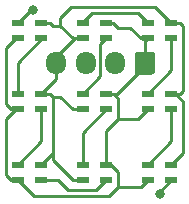
<source format=gbr>
G04 #@! TF.GenerationSoftware,KiCad,Pcbnew,(5.0.0)*
G04 #@! TF.CreationDate,2020-07-01T14:31:39-04:00*
G04 #@! TF.ProjectId,status_leds,7374617475735F6C6564732E6B696361,rev?*
G04 #@! TF.SameCoordinates,Original*
G04 #@! TF.FileFunction,Copper,L1,Top,Signal*
G04 #@! TF.FilePolarity,Positive*
%FSLAX46Y46*%
G04 Gerber Fmt 4.6, Leading zero omitted, Abs format (unit mm)*
G04 Created by KiCad (PCBNEW (5.0.0)) date 07/01/20 14:31:39*
%MOMM*%
%LPD*%
G01*
G04 APERTURE LIST*
G04 #@! TA.AperFunction,ComponentPad*
%ADD10O,1.700000X1.950000*%
G04 #@! TD*
G04 #@! TA.AperFunction,Conductor*
%ADD11C,0.100000*%
G04 #@! TD*
G04 #@! TA.AperFunction,ComponentPad*
%ADD12C,1.700000*%
G04 #@! TD*
G04 #@! TA.AperFunction,SMDPad,CuDef*
%ADD13R,1.000000X0.600000*%
G04 #@! TD*
G04 #@! TA.AperFunction,ViaPad*
%ADD14C,0.800000*%
G04 #@! TD*
G04 #@! TA.AperFunction,Conductor*
%ADD15C,0.250000*%
G04 #@! TD*
G04 APERTURE END LIST*
D10*
G04 #@! TO.P,J1,4*
G04 #@! TO.N,GND*
X100250000Y-65250000D03*
G04 #@! TO.P,J1,3*
G04 #@! TO.N,DIN*
X102750000Y-65250000D03*
G04 #@! TO.P,J1,2*
G04 #@! TO.N,DOUT*
X105250000Y-65250000D03*
D11*
G04 #@! TD*
G04 #@! TO.N,+5V*
G04 #@! TO.C,J1*
G36*
X108374504Y-64276204D02*
X108398773Y-64279804D01*
X108422571Y-64285765D01*
X108445671Y-64294030D01*
X108467849Y-64304520D01*
X108488893Y-64317133D01*
X108508598Y-64331747D01*
X108526777Y-64348223D01*
X108543253Y-64366402D01*
X108557867Y-64386107D01*
X108570480Y-64407151D01*
X108580970Y-64429329D01*
X108589235Y-64452429D01*
X108595196Y-64476227D01*
X108598796Y-64500496D01*
X108600000Y-64525000D01*
X108600000Y-65975000D01*
X108598796Y-65999504D01*
X108595196Y-66023773D01*
X108589235Y-66047571D01*
X108580970Y-66070671D01*
X108570480Y-66092849D01*
X108557867Y-66113893D01*
X108543253Y-66133598D01*
X108526777Y-66151777D01*
X108508598Y-66168253D01*
X108488893Y-66182867D01*
X108467849Y-66195480D01*
X108445671Y-66205970D01*
X108422571Y-66214235D01*
X108398773Y-66220196D01*
X108374504Y-66223796D01*
X108350000Y-66225000D01*
X107150000Y-66225000D01*
X107125496Y-66223796D01*
X107101227Y-66220196D01*
X107077429Y-66214235D01*
X107054329Y-66205970D01*
X107032151Y-66195480D01*
X107011107Y-66182867D01*
X106991402Y-66168253D01*
X106973223Y-66151777D01*
X106956747Y-66133598D01*
X106942133Y-66113893D01*
X106929520Y-66092849D01*
X106919030Y-66070671D01*
X106910765Y-66047571D01*
X106904804Y-66023773D01*
X106901204Y-65999504D01*
X106900000Y-65975000D01*
X106900000Y-64525000D01*
X106901204Y-64500496D01*
X106904804Y-64476227D01*
X106910765Y-64452429D01*
X106919030Y-64429329D01*
X106929520Y-64407151D01*
X106942133Y-64386107D01*
X106956747Y-64366402D01*
X106973223Y-64348223D01*
X106991402Y-64331747D01*
X107011107Y-64317133D01*
X107032151Y-64304520D01*
X107054329Y-64294030D01*
X107077429Y-64285765D01*
X107101227Y-64279804D01*
X107125496Y-64276204D01*
X107150000Y-64275000D01*
X108350000Y-64275000D01*
X108374504Y-64276204D01*
X108374504Y-64276204D01*
G37*
D12*
G04 #@! TO.P,J1,1*
G04 #@! TO.N,+5V*
X107750000Y-65250000D03*
G04 #@! TD*
D13*
G04 #@! TO.P,D9,1*
G04 #@! TO.N,DOUT*
X110000000Y-75150000D03*
G04 #@! TO.P,D9,2*
G04 #@! TO.N,GND*
X110000000Y-73850000D03*
G04 #@! TO.P,D9,4*
G04 #@! TO.N,+5V*
X108000000Y-75150000D03*
G04 #@! TO.P,D9,3*
G04 #@! TO.N,Net-(D8-Pad1)*
X108000000Y-73850000D03*
G04 #@! TD*
G04 #@! TO.P,D8,1*
G04 #@! TO.N,Net-(D8-Pad1)*
X110000000Y-69150000D03*
G04 #@! TO.P,D8,2*
G04 #@! TO.N,GND*
X110000000Y-67850000D03*
G04 #@! TO.P,D8,4*
G04 #@! TO.N,+5V*
X108000000Y-69150000D03*
G04 #@! TO.P,D8,3*
G04 #@! TO.N,Net-(D7-Pad1)*
X108000000Y-67850000D03*
G04 #@! TD*
G04 #@! TO.P,D7,1*
G04 #@! TO.N,Net-(D7-Pad1)*
X110000000Y-63150000D03*
G04 #@! TO.P,D7,2*
G04 #@! TO.N,GND*
X110000000Y-61850000D03*
G04 #@! TO.P,D7,4*
G04 #@! TO.N,+5V*
X108000000Y-63150000D03*
G04 #@! TO.P,D7,3*
G04 #@! TO.N,Net-(D6-Pad1)*
X108000000Y-61850000D03*
G04 #@! TD*
G04 #@! TO.P,D6,1*
G04 #@! TO.N,Net-(D6-Pad1)*
X102500000Y-61850000D03*
G04 #@! TO.P,D6,2*
G04 #@! TO.N,GND*
X102500000Y-63150000D03*
G04 #@! TO.P,D6,4*
G04 #@! TO.N,+5V*
X104500000Y-61850000D03*
G04 #@! TO.P,D6,3*
G04 #@! TO.N,Net-(D5-Pad1)*
X104500000Y-63150000D03*
G04 #@! TD*
G04 #@! TO.P,D5,1*
G04 #@! TO.N,Net-(D5-Pad1)*
X102500000Y-67850000D03*
G04 #@! TO.P,D5,2*
G04 #@! TO.N,GND*
X102500000Y-69150000D03*
G04 #@! TO.P,D5,4*
G04 #@! TO.N,+5V*
X104500000Y-67850000D03*
G04 #@! TO.P,D5,3*
G04 #@! TO.N,Net-(D4-Pad1)*
X104500000Y-69150000D03*
G04 #@! TD*
G04 #@! TO.P,D4,1*
G04 #@! TO.N,Net-(D4-Pad1)*
X102500000Y-73850000D03*
G04 #@! TO.P,D4,2*
G04 #@! TO.N,GND*
X102500000Y-75150000D03*
G04 #@! TO.P,D4,4*
G04 #@! TO.N,+5V*
X104500000Y-73850000D03*
G04 #@! TO.P,D4,3*
G04 #@! TO.N,Net-(D3-Pad1)*
X104500000Y-75150000D03*
G04 #@! TD*
G04 #@! TO.P,D3,1*
G04 #@! TO.N,Net-(D3-Pad1)*
X99000000Y-75150000D03*
G04 #@! TO.P,D3,2*
G04 #@! TO.N,GND*
X99000000Y-73850000D03*
G04 #@! TO.P,D3,4*
G04 #@! TO.N,+5V*
X97000000Y-75150000D03*
G04 #@! TO.P,D3,3*
G04 #@! TO.N,Net-(D2-Pad1)*
X97000000Y-73850000D03*
G04 #@! TD*
G04 #@! TO.P,D2,1*
G04 #@! TO.N,Net-(D2-Pad1)*
X99000000Y-69150000D03*
G04 #@! TO.P,D2,2*
G04 #@! TO.N,GND*
X99000000Y-67850000D03*
G04 #@! TO.P,D2,4*
G04 #@! TO.N,+5V*
X97000000Y-69150000D03*
G04 #@! TO.P,D2,3*
G04 #@! TO.N,Net-(D1-Pad1)*
X97000000Y-67850000D03*
G04 #@! TD*
G04 #@! TO.P,D1,1*
G04 #@! TO.N,Net-(D1-Pad1)*
X99000000Y-63150000D03*
G04 #@! TO.P,D1,2*
G04 #@! TO.N,GND*
X99000000Y-61850000D03*
G04 #@! TO.P,D1,4*
G04 #@! TO.N,+5V*
X97000000Y-63150000D03*
G04 #@! TO.P,D1,3*
G04 #@! TO.N,DIN*
X97000000Y-61850000D03*
G04 #@! TD*
D14*
G04 #@! TO.N,DIN*
X98250000Y-60750000D03*
G04 #@! TO.N,DOUT*
X109000000Y-76375000D03*
G04 #@! TD*
D15*
G04 #@! TO.N,Net-(D1-Pad1)*
X99000000Y-63150000D02*
X99000000Y-63250000D01*
X97000000Y-65250000D02*
X97000000Y-67850000D01*
X99000000Y-63250000D02*
X97000000Y-65250000D01*
G04 #@! TO.N,GND*
X99750000Y-61850000D02*
X100000000Y-62100000D01*
X99000000Y-61850000D02*
X99750000Y-61850000D01*
X99750000Y-67850000D02*
X100000000Y-68100000D01*
X99000000Y-67850000D02*
X99750000Y-67850000D01*
X100000000Y-72850000D02*
X99000000Y-73850000D01*
X100000000Y-68100000D02*
X100000000Y-72850000D01*
X100000000Y-72850000D02*
X100000000Y-73500000D01*
X101650000Y-75150000D02*
X102500000Y-75150000D01*
X100000000Y-73500000D02*
X101650000Y-75150000D01*
X100000000Y-68100000D02*
X100600000Y-68100000D01*
X101650000Y-69150000D02*
X102500000Y-69150000D01*
X100600000Y-68100000D02*
X101650000Y-69150000D01*
X100000000Y-62100000D02*
X100600000Y-62100000D01*
X100600000Y-62100000D02*
X101650000Y-63150000D01*
X100600000Y-62100000D02*
X100600000Y-61400000D01*
X100600000Y-61400000D02*
X101500000Y-60500000D01*
X108650000Y-60500000D02*
X110000000Y-61850000D01*
X101500000Y-60500000D02*
X108650000Y-60500000D01*
X110350000Y-67850000D02*
X110000000Y-67850000D01*
X111000000Y-68500000D02*
X110350000Y-67850000D01*
X110000000Y-73850000D02*
X111000000Y-72850000D01*
X111000000Y-72850000D02*
X111000000Y-68500000D01*
X100250000Y-64750000D02*
X101850000Y-63150000D01*
X100250000Y-65250000D02*
X100250000Y-64750000D01*
X101650000Y-63150000D02*
X101850000Y-63150000D01*
X101850000Y-63150000D02*
X102500000Y-63150000D01*
X100250000Y-66600000D02*
X99000000Y-67850000D01*
X100250000Y-65250000D02*
X100250000Y-66600000D01*
X110750000Y-61850000D02*
X110000000Y-61850000D01*
X110998000Y-62098000D02*
X110750000Y-61850000D01*
X110998000Y-67602000D02*
X110998000Y-62098000D01*
X110750000Y-67850000D02*
X110998000Y-67602000D01*
X110000000Y-67850000D02*
X110750000Y-67850000D01*
G04 #@! TO.N,+5V*
X97000000Y-63150000D02*
X96850000Y-63150000D01*
X96850000Y-63150000D02*
X96000000Y-64000000D01*
X96000000Y-64000000D02*
X96000000Y-68750000D01*
X96400000Y-69150000D02*
X97000000Y-69150000D01*
X96000000Y-68750000D02*
X96400000Y-69150000D01*
X97000000Y-69150000D02*
X96850000Y-69150000D01*
X96850000Y-69150000D02*
X96000000Y-70000000D01*
X96000000Y-70000000D02*
X96000000Y-74750000D01*
X96400000Y-75150000D02*
X97000000Y-75150000D01*
X96000000Y-74750000D02*
X96400000Y-75150000D01*
X105500000Y-74500000D02*
X104850000Y-73850000D01*
X104850000Y-73850000D02*
X104500000Y-73850000D01*
X104750000Y-76500000D02*
X105500000Y-75750000D01*
X105500000Y-75750000D02*
X105500000Y-74500000D01*
X97000000Y-75150000D02*
X98350000Y-76500000D01*
X98350000Y-76500000D02*
X104750000Y-76500000D01*
X104500000Y-73850000D02*
X104500000Y-71000000D01*
X104500000Y-71000000D02*
X105500000Y-70000000D01*
X105500000Y-70000000D02*
X105500000Y-68250000D01*
X105100000Y-67850000D02*
X104500000Y-67850000D01*
X105500000Y-68250000D02*
X105100000Y-67850000D01*
X105100000Y-61850000D02*
X104500000Y-61850000D01*
X105500000Y-62250000D02*
X105100000Y-61850000D01*
X105500000Y-62250000D02*
X106500000Y-62250000D01*
X107400000Y-63150000D02*
X108000000Y-63150000D01*
X106500000Y-62250000D02*
X107400000Y-63150000D01*
X107150000Y-70000000D02*
X108000000Y-69150000D01*
X105500000Y-70000000D02*
X107150000Y-70000000D01*
X107400000Y-75750000D02*
X108000000Y-75150000D01*
X105500000Y-75750000D02*
X107400000Y-75750000D01*
X107750000Y-63400000D02*
X108000000Y-63150000D01*
X107750000Y-65250000D02*
X107750000Y-63400000D01*
X107750000Y-65250000D02*
X107750000Y-65500000D01*
X105400000Y-67850000D02*
X104500000Y-67850000D01*
X107750000Y-65500000D02*
X105400000Y-67850000D01*
G04 #@! TO.N,DIN*
X98100000Y-60750000D02*
X97000000Y-61850000D01*
X98250000Y-60750000D02*
X98100000Y-60750000D01*
G04 #@! TO.N,Net-(D2-Pad1)*
X99000000Y-71850000D02*
X97000000Y-73850000D01*
X99000000Y-69150000D02*
X99000000Y-71850000D01*
G04 #@! TO.N,Net-(D3-Pad1)*
X99000000Y-75150000D02*
X100400000Y-75150000D01*
X100400000Y-75150000D02*
X101250000Y-76000000D01*
X103650000Y-76000000D02*
X104500000Y-75150000D01*
X101250000Y-76000000D02*
X103650000Y-76000000D01*
G04 #@! TO.N,Net-(D4-Pad1)*
X102500000Y-71150000D02*
X104500000Y-69150000D01*
X102500000Y-73850000D02*
X102500000Y-71150000D01*
G04 #@! TO.N,Net-(D5-Pad1)*
X102500000Y-67850000D02*
X104000000Y-66350000D01*
X104000000Y-63650000D02*
X104500000Y-63150000D01*
X104000000Y-66350000D02*
X104000000Y-63650000D01*
G04 #@! TO.N,Net-(D6-Pad1)*
X102500000Y-61850000D02*
X102500000Y-61750000D01*
X102500000Y-61750000D02*
X103250000Y-61000000D01*
X107150000Y-61000000D02*
X108000000Y-61850000D01*
X103250000Y-61000000D02*
X107150000Y-61000000D01*
G04 #@! TO.N,Net-(D7-Pad1)*
X110000000Y-65850000D02*
X108000000Y-67850000D01*
X110000000Y-63150000D02*
X110000000Y-65850000D01*
G04 #@! TO.N,Net-(D8-Pad1)*
X110000000Y-71850000D02*
X108000000Y-73850000D01*
X110000000Y-69150000D02*
X110000000Y-71850000D01*
G04 #@! TO.N,DOUT*
X109000000Y-76150000D02*
X110000000Y-75150000D01*
X109000000Y-76375000D02*
X109000000Y-76150000D01*
G04 #@! TD*
M02*

</source>
